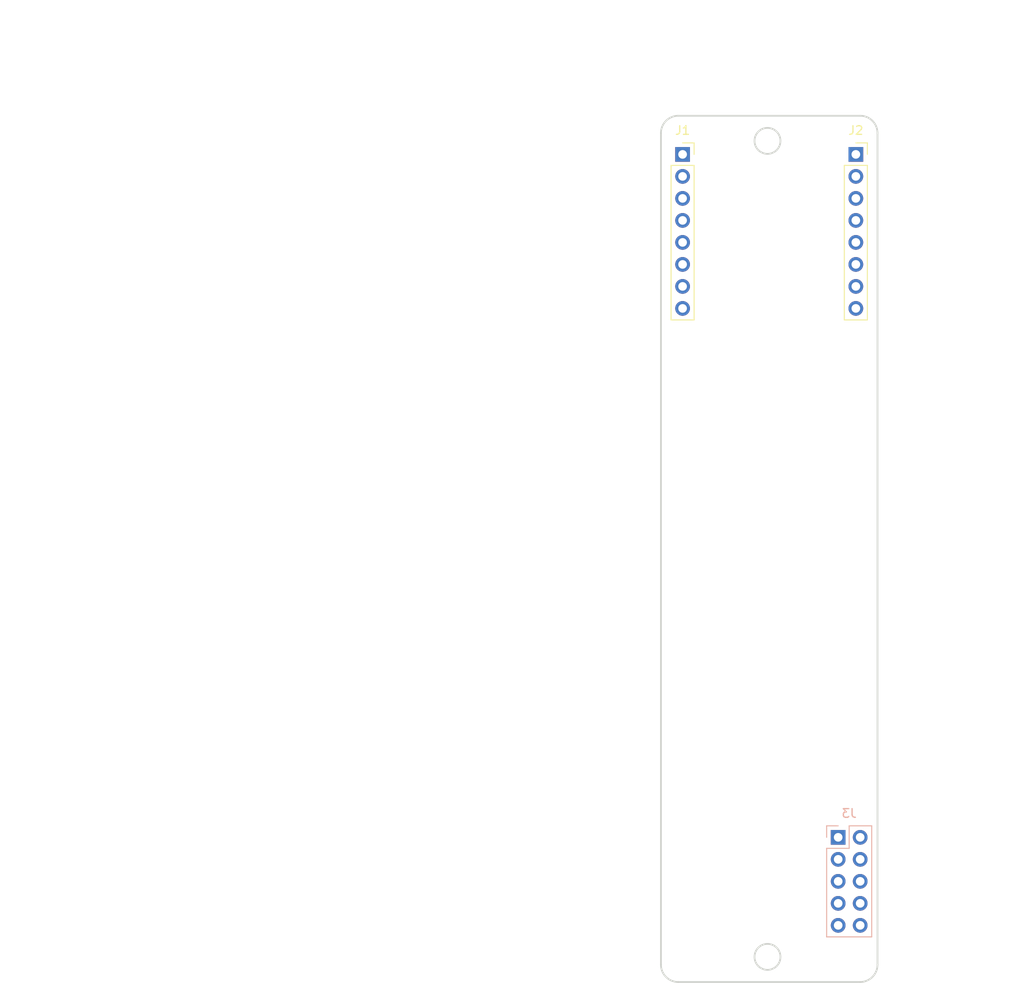
<source format=kicad_pcb>
(kicad_pcb (version 20211014) (generator pcbnew)
  (layers (0 "F.Cu" signal) (31 "B.Cu" signal) (34 "B.Paste" user) (35 "F.Paste" user) (36 "B.SilkS" user "B.Silkscreen") (37 "F.SilkS" user "F.Silkscreen") (38 "B.Mask" user) (39 "F.Mask" user) (44 "Edge.Cuts" user))
  (net 0 "")
  (net 9 "Net-(J2-Pad1)")
  (net 10 "Net-(J2-Pad2)")
  (net 11 "Net-(J2-Pad3)")
  (net 12 "Net-(J2-Pad4)")
  (net 13 "Net-(J2-Pad5)")
  (net 14 "Net-(J2-Pad6)")
  (net 15 "Net-(J2-Pad7)")
  (net 16 "Net-(J2-Pad8)")
  (net 17 "+5V")
  (net 18 "GND")
  (net 19 "/BUS_CV")
  (net 20 "/BUS_GATE")
  (net 21 "/BUS_START")
  (net 22 "/BUS_CLOCK")
  (net 23 "/BUS_CTRL")
  (net 24 "/BUS_STOP")
  (footprint "Connector_PinSocket_2.54mm:PinSocket_1x08_P2.54mm_Vertical" (layer "F.Cu") (at 144.000001 59.270001)
    (fp_text reference "J1" (at 0 -2.77) (layer "F.SilkS"))
    (fp_text value "Inputs")
    (fp_line (start -1.33 1.27) (end 1.33 1.27) (layer "F.SilkS") (width 0.12))
    (fp_line (start -1.33 1.27) (end -1.33 19.11) (layer "F.SilkS") (width 0.12))
    (fp_line (start 0 -1.33) (end 1.33 -1.33) (layer "F.SilkS") (width 0.12))
    (fp_line (start 1.33 1.27) (end 1.33 19.11) (layer "F.SilkS") (width 0.12))
    (fp_line (start 1.33 -1.33) (end 1.33 0) (layer "F.SilkS") (width 0.12))
    (fp_line (start -1.33 19.11) (end 1.33 19.11) (layer "F.SilkS") (width 0.12))
    (pad "1" thru_hole rect locked (at 0 0) (size 1.7 1.7) (drill 1) (layers *.Cu *.Mask))
    (pad "2" thru_hole oval locked (at 0 2.54) (size 1.7 1.7) (drill 1) (layers *.Cu *.Mask))
    (pad "3" thru_hole oval locked (at 0 5.08) (size 1.7 1.7) (drill 1) (layers *.Cu *.Mask))
    (pad "4" thru_hole oval locked (at 0 7.62) (size 1.7 1.7) (drill 1) (layers *.Cu *.Mask))
    (pad "5" thru_hole oval locked (at 0 10.16) (size 1.7 1.7) (drill 1) (layers *.Cu *.Mask))
    (pad "6" thru_hole oval locked (at 0 12.7) (size 1.7 1.7) (drill 1) (layers *.Cu *.Mask))
    (pad "7" thru_hole oval locked (at 0 15.24) (size 1.7 1.7) (drill 1) (layers *.Cu *.Mask))
    (pad "8" thru_hole oval locked (at 0 17.78) (size 1.7 1.7) (drill 1) (layers *.Cu *.Mask))
  )
  (footprint "Connector_PinSocket_2.54mm:PinSocket_1x08_P2.54mm_Vertical" (layer "F.Cu") (at 164 59.270001)
    (fp_text reference "J2" (at 0 -2.77) (layer "F.SilkS"))
    (fp_text value "Outputs")
    (fp_line (start 1.33 1.27) (end 1.33 19.11) (layer "F.SilkS") (width 0.12))
    (fp_line (start -1.33 1.27) (end -1.33 19.11) (layer "F.SilkS") (width 0.12))
    (fp_line (start -1.33 1.27) (end 1.33 1.27) (layer "F.SilkS") (width 0.12))
    (fp_line (start -1.33 19.11) (end 1.33 19.11) (layer "F.SilkS") (width 0.12))
    (fp_line (start 1.33 -1.33) (end 1.33 0) (layer "F.SilkS") (width 0.12))
    (fp_line (start 0 -1.33) (end 1.33 -1.33) (layer "F.SilkS") (width 0.12))
    (pad "1" thru_hole rect locked (at 0 0) (size 1.7 1.7) (drill 1) (layers *.Cu *.Mask) (net 9 "Net-(J2-Pad1)"))
    (pad "2" thru_hole oval locked (at 0 2.54) (size 1.7 1.7) (drill 1) (layers *.Cu *.Mask) (net 10 "Net-(J2-Pad2)"))
    (pad "3" thru_hole oval locked (at 0 5.08) (size 1.7 1.7) (drill 1) (layers *.Cu *.Mask) (net 11 "Net-(J2-Pad3)"))
    (pad "4" thru_hole oval locked (at 0 7.62) (size 1.7 1.7) (drill 1) (layers *.Cu *.Mask) (net 12 "Net-(J2-Pad4)"))
    (pad "5" thru_hole oval locked (at 0 10.16) (size 1.7 1.7) (drill 1) (layers *.Cu *.Mask) (net 13 "Net-(J2-Pad5)"))
    (pad "6" thru_hole oval locked (at 0 12.7) (size 1.7 1.7) (drill 1) (layers *.Cu *.Mask) (net 14 "Net-(J2-Pad6)"))
    (pad "7" thru_hole oval locked (at 0 15.24) (size 1.7 1.7) (drill 1) (layers *.Cu *.Mask) (net 15 "Net-(J2-Pad7)"))
    (pad "8" thru_hole oval locked (at 0 17.78) (size 1.7 1.7) (drill 1) (layers *.Cu *.Mask) (net 16 "Net-(J2-Pad8)"))
  )
  (footprint "Connector_PinSocket_2.54mm:PinSocket_2x05_P2.54mm_Vertical" (layer "B.Cu") (at 161.959999 138.110001 180)
    (fp_text reference "J3" (at -1.27 2.77) (layer "B.SilkS") (effects (justify mirror)))
    (fp_text value "Bus")
    (fp_line (start 0 1.33) (end 1.33 1.33) (layer "B.SilkS") (width 0.12))
    (fp_line (start -1.27 -1.27) (end 1.33 -1.27) (layer "B.SilkS") (width 0.12))
    (fp_line (start 1.33 -1.27) (end 1.33 -11.49) (layer "B.SilkS") (width 0.12))
    (fp_line (start -3.87 1.33) (end -3.87 -11.49) (layer "B.SilkS") (width 0.12))
    (fp_line (start -3.87 -11.49) (end 1.33 -11.49) (layer "B.SilkS") (width 0.12))
    (fp_line (start -1.27 1.33) (end -1.27 -1.27) (layer "B.SilkS") (width 0.12))
    (fp_line (start -3.87 1.33) (end -1.27 1.33) (layer "B.SilkS") (width 0.12))
    (fp_line (start 1.33 1.33) (end 1.33 0) (layer "B.SilkS") (width 0.12))
    (pad "1" thru_hole rect locked (at 0 0 180) (size 1.7 1.7) (drill 1) (layers *.Cu *.Mask) (net 17 "+5V"))
    (pad "2" thru_hole oval locked (at -2.54 0 180) (size 1.7 1.7) (drill 1) (layers *.Cu *.Mask) (net 17 "+5V"))
    (pad "3" thru_hole oval locked (at 0 -2.54 180) (size 1.7 1.7) (drill 1) (layers *.Cu *.Mask) (net 18 "GND"))
    (pad "4" thru_hole oval locked (at -2.54 -2.54 180) (size 1.7 1.7) (drill 1) (layers *.Cu *.Mask) (net 18 "GND"))
    (pad "5" thru_hole oval locked (at 0 -5.08 180) (size 1.7 1.7) (drill 1) (layers *.Cu *.Mask) (net 19 "/BUS_CV"))
    (pad "6" thru_hole oval locked (at -2.54 -5.08 180) (size 1.7 1.7) (drill 1) (layers *.Cu *.Mask) (net 20 "/BUS_GATE"))
    (pad "7" thru_hole oval locked (at 0 -7.62 180) (size 1.7 1.7) (drill 1) (layers *.Cu *.Mask) (net 21 "/BUS_START"))
    (pad "8" thru_hole oval locked (at -2.54 -7.62 180) (size 1.7 1.7) (drill 1) (layers *.Cu *.Mask) (net 22 "/BUS_CLOCK"))
    (pad "9" thru_hole oval locked (at 0 -10.16 180) (size 1.7 1.7) (drill 1) (layers *.Cu *.Mask) (net 23 "/BUS_CTRL"))
    (pad "10" thru_hole oval locked (at -2.54 -10.16 180) (size 1.7 1.7) (drill 1) (layers *.Cu *.Mask) (net 24 "/BUS_STOP"))
  )
  (gr_circle (center 153.8 57.710001) (end 152.3 57.710001) (layer "Edge.Cuts") (width 0.2) (fill none))
  (gr_circle (center 153.8 151.910001) (end 152.3 151.910001) (layer "Edge.Cuts") (width 0.2) (fill none))
  (gr_line (start 164.499999 154.810001) (end 143.500001 154.810001) (layer "Edge.Cuts") (width 0.2))
  (gr_line (start 143.5 54.810001) (end 164.499999 54.810001) (layer "Edge.Cuts") (width 0.2))
  (gr_arc (start 164.499999 54.810001) (mid 165.914213 55.395788) (end 166.5 56.810002) (layer "Edge.Cuts") (width 0.2))
  (gr_line (start 166.5 56.810002) (end 166.5 152.81) (layer "Edge.Cuts") (width 0.2))
  (gr_arc (start 166.5 152.81) (mid 165.914213 154.224214) (end 164.499999 154.810001) (layer "Edge.Cuts") (width 0.2))
  (gr_arc (start 141.5 56.810001) (mid 142.085786 55.395787) (end 143.5 54.810001) (layer "Edge.Cuts") (width 0.2))
  (gr_line (start 141.5 152.81) (end 141.5 56.810001) (layer "Edge.Cuts") (width 0.2))
  (gr_arc (start 143.500001 154.810001) (mid 142.085787 154.224214) (end 141.5 152.81) (layer "Edge.Cuts") (width 0.2))
)
</source>
